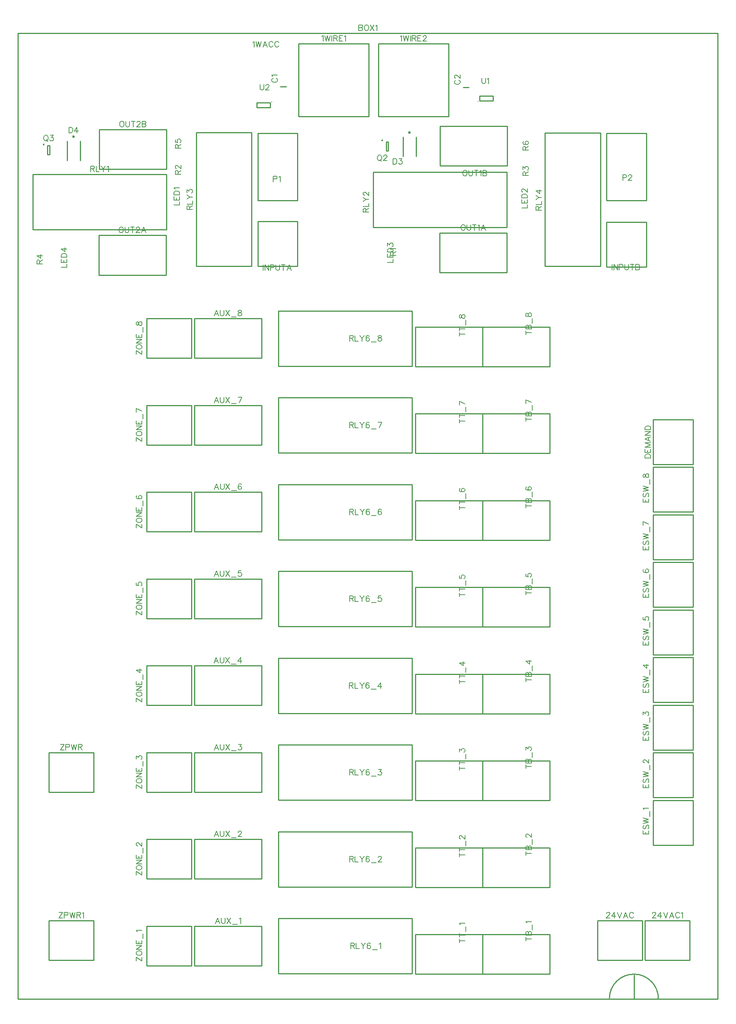
<source format=gbr>
G04 DipTrace 2.4.0.2*
%INtopsilk.gbr*%
%MOIN*%
%ADD10C,0.0098*%
%ADD11C,0.006*%
%ADD13C,0.0236*%
%ADD24C,0.0154*%
%ADD26C,0.0118*%
%ADD52C,0.0077*%
%FSLAX44Y44*%
G04*
G70*
G90*
G75*
G01*
%LNTopSilk*%
%LPD*%
X64212Y55690D2*
D10*
X60668D1*
Y51690D1*
X64212D1*
Y55690D1*
X59690Y7418D2*
X55690D1*
Y10962D1*
X59690D1*
Y7418D1*
X6690Y25962D2*
X10690D1*
Y22418D1*
X6690D1*
Y25962D1*
X63940Y7418D2*
X59940D1*
Y10962D1*
X63940D1*
Y7418D1*
X6690Y10962D2*
X10690D1*
Y7418D1*
X6690D1*
Y10962D1*
X3940Y3940D2*
X66440D1*
Y90190D1*
X3940D1*
Y3940D1*
X56752Y4035D2*
G02X61127Y3957I2187J-56D01*
G01*
X58959D2*
Y6087D1*
X35259Y82748D2*
X28999D1*
Y89244D1*
X35259D1*
Y82748D1*
X42385D2*
X36125D1*
Y89244D1*
X42385D1*
Y82748D1*
X27881Y85406D2*
X27370D1*
X44198Y85344D2*
X43686D1*
X39478Y80918D2*
Y79186D1*
X38336Y80918D2*
Y79186D1*
D13*
X38907Y81312D3*
X47589Y68819D2*
D10*
X41589D1*
Y72362D1*
X47589D1*
Y68819D1*
D24*
X36468Y80606D3*
X36812Y80475D2*
D10*
Y79687D1*
X37009D1*
Y80475D1*
X36812D1*
X35665Y77788D2*
X47582D1*
Y72851D1*
X35665D1*
Y77788D1*
X47610Y78339D2*
X41610D1*
Y81882D1*
X47610D1*
Y78339D1*
X9476Y80547D2*
Y78815D1*
X8334Y80547D2*
Y78815D1*
D13*
X8905Y80941D3*
X17153Y68595D2*
D10*
X11153D1*
Y72139D1*
X17153D1*
Y68595D1*
D24*
X6230Y80263D3*
X6574Y80131D2*
D10*
Y79344D1*
X6770D1*
Y80131D1*
X6574D1*
X45175Y84583D2*
X46356D1*
Y84150D1*
X45175D1*
Y84583D1*
D26*
X45037Y84091D3*
X17188Y78047D2*
D10*
X11188D1*
Y81590D1*
X17188D1*
Y78047D1*
X5258Y77594D2*
X17176D1*
Y72657D1*
X5258D1*
Y77594D1*
X45440Y6168D2*
X39440D1*
Y9712D1*
X45440D1*
Y6168D1*
Y9712D2*
X51440D1*
Y6168D1*
X45440D1*
Y9712D1*
X19440Y6918D2*
X15440D1*
Y10462D1*
X19440D1*
Y6918D1*
X60668Y17690D2*
X64212D1*
Y21690D1*
X60668D1*
Y17690D1*
X39115Y6198D2*
X27198D1*
Y11135D1*
X39115D1*
Y6198D1*
X19690Y10462D2*
X25690D1*
Y6918D1*
X19690D1*
Y10462D1*
X45440Y13918D2*
X39440D1*
Y17462D1*
X45440D1*
Y13918D1*
Y17462D2*
X51440D1*
Y13918D1*
X45440D1*
Y17462D1*
X19440Y14668D2*
X15440D1*
Y18212D1*
X19440D1*
Y14668D1*
X60668Y21940D2*
X64212D1*
Y25940D1*
X60668D1*
Y21940D1*
X39115Y13948D2*
X27198D1*
Y18885D1*
X39115D1*
Y13948D1*
X19690Y18212D2*
X25690D1*
Y14668D1*
X19690D1*
Y18212D1*
X45440Y21668D2*
X39440D1*
Y25212D1*
X45440D1*
Y21668D1*
Y25212D2*
X51440D1*
Y21668D1*
X45440D1*
Y25212D1*
X19440Y22418D2*
X15440D1*
Y25962D1*
X19440D1*
Y22418D1*
X60668Y26190D2*
X64212D1*
Y30190D1*
X60668D1*
Y26190D1*
X39115Y21698D2*
X27198D1*
Y26635D1*
X39115D1*
Y21698D1*
X19690Y25962D2*
X25690D1*
Y22418D1*
X19690D1*
Y25962D1*
X45440Y29418D2*
X39440D1*
Y32962D1*
X45440D1*
Y29418D1*
Y32962D2*
X51440D1*
Y29418D1*
X45440D1*
Y32962D1*
X19440Y30168D2*
X15440D1*
Y33712D1*
X19440D1*
Y30168D1*
X60668Y30440D2*
X64212D1*
Y34440D1*
X60668D1*
Y30440D1*
X39115Y29448D2*
X27198D1*
Y34385D1*
X39115D1*
Y29448D1*
X19690Y33712D2*
X25690D1*
Y30168D1*
X19690D1*
Y33712D1*
X45440Y37168D2*
X39440D1*
Y40712D1*
X45440D1*
Y37168D1*
Y40712D2*
X51440D1*
Y37168D1*
X45440D1*
Y40712D1*
X19440Y37918D2*
X15440D1*
Y41462D1*
X19440D1*
Y37918D1*
X60668Y34690D2*
X64212D1*
Y38690D1*
X60668D1*
Y34690D1*
X39115Y37198D2*
X27198D1*
Y42135D1*
X39115D1*
Y37198D1*
X19690Y41462D2*
X25690D1*
Y37918D1*
X19690D1*
Y41462D1*
X45440Y44918D2*
X39440D1*
Y48462D1*
X45440D1*
Y44918D1*
Y48462D2*
X51440D1*
Y44918D1*
X45440D1*
Y48462D1*
X19440Y45668D2*
X15440D1*
Y49212D1*
X19440D1*
Y45668D1*
X60668Y38940D2*
X64212D1*
Y42940D1*
X60668D1*
Y38940D1*
X39115Y44948D2*
X27198D1*
Y49885D1*
X39115D1*
Y44948D1*
X19690Y49212D2*
X25690D1*
Y45668D1*
X19690D1*
Y49212D1*
X45440Y52668D2*
X39440D1*
Y56212D1*
X45440D1*
Y52668D1*
Y56212D2*
X51440D1*
Y52668D1*
X45440D1*
Y56212D1*
X19440Y53418D2*
X15440D1*
Y56962D1*
X19440D1*
Y53418D1*
X60668Y43190D2*
X64212D1*
Y47190D1*
X60668D1*
Y43190D1*
X39115Y52698D2*
X27198D1*
Y57635D1*
X39115D1*
Y52698D1*
X19690Y56962D2*
X25690D1*
Y53418D1*
X19690D1*
Y56962D1*
X45440Y60418D2*
X39440D1*
Y63962D1*
X45440D1*
Y60418D1*
Y63962D2*
X51440D1*
Y60418D1*
X45440D1*
Y63962D1*
X19440Y61168D2*
X15440D1*
Y64712D1*
X19440D1*
Y61168D1*
X60668Y47440D2*
X64212D1*
Y51440D1*
X60668D1*
Y47440D1*
X39115Y60448D2*
X27198D1*
Y65385D1*
X39115D1*
Y60448D1*
X19690Y64712D2*
X25690D1*
Y61168D1*
X19690D1*
Y64712D1*
X25359Y69383D2*
X28902D1*
Y73383D1*
X25359D1*
Y69383D1*
X28898Y81256D2*
X25355D1*
Y75256D1*
X28898D1*
Y81256D1*
X19852Y69382D2*
X24789D1*
Y81300D1*
X19852D1*
Y69382D1*
X56503Y69326D2*
X60047D1*
Y73326D1*
X56503D1*
Y69326D1*
X60044Y81242D2*
X56501D1*
Y75242D1*
X60044D1*
Y81242D1*
X51009Y69365D2*
X55946D1*
Y81282D1*
X51009D1*
Y69365D1*
X26455Y83554D2*
X25274D1*
Y83987D1*
X26455D1*
Y83554D1*
D26*
X26593Y84046D3*
X59936Y52264D2*
D52*
X60439D1*
Y52431D1*
X60414Y52503D1*
X60367Y52551D1*
X60319Y52575D1*
X60247Y52599D1*
X60127D1*
X60055Y52575D1*
X60008Y52551D1*
X59960Y52503D1*
X59936Y52431D1*
Y52264D1*
Y53064D2*
Y52753D1*
X60439D1*
Y53064D1*
X60175Y52753D2*
Y52944D1*
X60439Y53600D2*
X59936D1*
X60439Y53409D1*
X59936Y53218D1*
X60439D1*
Y54138D2*
X59936Y53946D1*
X60439Y53755D1*
X60271Y53827D2*
Y54066D1*
X59936Y54627D2*
X60439D1*
X59936Y54292D1*
X60439D1*
X59936Y54781D2*
X60439D1*
Y54949D1*
X60414Y55021D1*
X60367Y55069D1*
X60319Y55093D1*
X60247Y55116D1*
X60127D1*
X60055Y55093D1*
X60008Y55069D1*
X59960Y55021D1*
X59936Y54949D1*
Y54781D1*
X56497Y11574D2*
Y11598D1*
X56520Y11646D1*
X56544Y11670D1*
X56592Y11693D1*
X56688D1*
X56735Y11670D1*
X56759Y11646D1*
X56783Y11598D1*
Y11550D1*
X56759Y11502D1*
X56712Y11431D1*
X56472Y11191D1*
X56807D1*
X57201D2*
Y11693D1*
X56962Y11359D1*
X57320D1*
X57475Y11694D2*
X57666Y11191D1*
X57857Y11694D1*
X58395Y11191D2*
X58203Y11694D1*
X58012Y11191D1*
X58083Y11359D2*
X58323D1*
X58908Y11575D2*
X58884Y11622D1*
X58836Y11670D1*
X58788Y11694D1*
X58693D1*
X58645Y11670D1*
X58597Y11622D1*
X58573Y11575D1*
X58549Y11503D1*
Y11383D1*
X58573Y11311D1*
X58597Y11263D1*
X58645Y11216D1*
X58693Y11191D1*
X58788D1*
X58836Y11216D1*
X58884Y11263D1*
X58908Y11311D1*
X7717Y26694D2*
X8052D1*
X7717Y26191D1*
X8052D1*
X8206Y26431D2*
X8422D1*
X8493Y26455D1*
X8517Y26479D1*
X8541Y26526D1*
Y26598D1*
X8517Y26646D1*
X8493Y26670D1*
X8422Y26694D1*
X8206D1*
Y26191D1*
X8695Y26694D2*
X8815Y26191D1*
X8935Y26694D1*
X9054Y26191D1*
X9174Y26694D1*
X9328Y26455D2*
X9543D1*
X9615Y26479D1*
X9640Y26503D1*
X9663Y26550D1*
Y26598D1*
X9640Y26646D1*
X9615Y26670D1*
X9543Y26694D1*
X9328D1*
Y26191D1*
X9496Y26455D2*
X9663Y26191D1*
X60609Y11574D2*
Y11598D1*
X60633Y11646D1*
X60657Y11670D1*
X60705Y11693D1*
X60801D1*
X60848Y11670D1*
X60872Y11646D1*
X60896Y11598D1*
Y11550D1*
X60872Y11502D1*
X60824Y11431D1*
X60585Y11191D1*
X60920D1*
X61314D2*
Y11693D1*
X61074Y11359D1*
X61433D1*
X61588Y11694D2*
X61779Y11191D1*
X61970Y11694D1*
X62507Y11191D2*
X62316Y11694D1*
X62124Y11191D1*
X62196Y11359D2*
X62436D1*
X63021Y11575D2*
X62997Y11622D1*
X62949Y11670D1*
X62901Y11694D1*
X62806D1*
X62757Y11670D1*
X62710Y11622D1*
X62686Y11575D1*
X62662Y11503D1*
Y11383D1*
X62686Y11311D1*
X62710Y11263D1*
X62757Y11216D1*
X62806Y11191D1*
X62901D1*
X62949Y11216D1*
X62997Y11263D1*
X63021Y11311D1*
X63175Y11598D2*
X63223Y11622D1*
X63295Y11693D1*
Y11191D1*
X7580Y11694D2*
X7914D1*
X7580Y11191D1*
X7914D1*
X8069Y11431D2*
X8284D1*
X8356Y11455D1*
X8380Y11479D1*
X8404Y11526D1*
Y11598D1*
X8380Y11646D1*
X8356Y11670D1*
X8284Y11694D1*
X8069D1*
Y11191D1*
X8558Y11694D2*
X8678Y11191D1*
X8797Y11694D1*
X8917Y11191D1*
X9037Y11694D1*
X9191Y11455D2*
X9406D1*
X9478Y11479D1*
X9502Y11503D1*
X9526Y11550D1*
Y11598D1*
X9502Y11646D1*
X9478Y11670D1*
X9406Y11694D1*
X9191D1*
Y11191D1*
X9359Y11455D2*
X9526Y11191D1*
X9681Y11598D2*
X9729Y11622D1*
X9800Y11693D1*
Y11191D1*
X34372Y90922D2*
Y90420D1*
X34588D1*
X34660Y90444D1*
X34683Y90468D1*
X34707Y90515D1*
Y90587D1*
X34683Y90635D1*
X34660Y90659D1*
X34588Y90683D1*
X34660Y90707D1*
X34683Y90731D1*
X34707Y90778D1*
Y90826D1*
X34683Y90874D1*
X34660Y90898D1*
X34588Y90922D1*
X34372D1*
Y90683D2*
X34588D1*
X35005Y90922D2*
X34957Y90898D1*
X34910Y90850D1*
X34885Y90803D1*
X34861Y90731D1*
Y90611D1*
X34885Y90540D1*
X34910Y90492D1*
X34957Y90444D1*
X35005Y90420D1*
X35101D1*
X35148Y90444D1*
X35196Y90492D1*
X35220Y90540D1*
X35244Y90611D1*
Y90731D1*
X35220Y90803D1*
X35196Y90850D1*
X35148Y90898D1*
X35101Y90922D1*
X35005D1*
X35398D2*
X35733Y90420D1*
Y90922D2*
X35398Y90420D1*
X35888Y90826D2*
X35936Y90850D1*
X36008Y90922D1*
Y90420D1*
X24906Y89355D2*
X24954Y89379D1*
X25026Y89451D1*
Y88949D1*
X25180Y89451D2*
X25300Y88949D1*
X25419Y89451D1*
X25539Y88949D1*
X25659Y89451D1*
X26196Y88949D2*
X26004Y89451D1*
X25813Y88949D1*
X25885Y89116D2*
X26124D1*
X26709Y89332D2*
X26685Y89379D1*
X26637Y89428D1*
X26590Y89451D1*
X26494D1*
X26446Y89428D1*
X26398Y89379D1*
X26374Y89332D1*
X26350Y89260D1*
Y89140D1*
X26374Y89069D1*
X26398Y89021D1*
X26446Y88973D1*
X26494Y88949D1*
X26590D1*
X26637Y88973D1*
X26685Y89021D1*
X26709Y89069D1*
X27222Y89332D2*
X27198Y89379D1*
X27150Y89428D1*
X27103Y89451D1*
X27007D1*
X26959Y89428D1*
X26912Y89379D1*
X26887Y89332D1*
X26863Y89260D1*
Y89140D1*
X26887Y89069D1*
X26912Y89021D1*
X26959Y88973D1*
X27007Y88949D1*
X27103D1*
X27150Y88973D1*
X27198Y89021D1*
X27222Y89069D1*
X31061Y89880D2*
X31109Y89904D1*
X31181Y89976D1*
Y89474D1*
X31335Y89976D2*
X31455Y89474D1*
X31575Y89976D1*
X31694Y89474D1*
X31814Y89976D1*
X31968D2*
Y89474D1*
X32123Y89737D2*
X32338D1*
X32409Y89761D1*
X32434Y89785D1*
X32458Y89833D1*
Y89881D1*
X32434Y89928D1*
X32409Y89953D1*
X32338Y89976D1*
X32123D1*
Y89474D1*
X32290Y89737D2*
X32458Y89474D1*
X32923Y89976D2*
X32612D1*
Y89474D1*
X32923D1*
X32612Y89737D2*
X32803D1*
X33077Y89880D2*
X33125Y89904D1*
X33197Y89976D1*
Y89474D1*
X38079Y89880D2*
X38127Y89904D1*
X38199Y89976D1*
Y89474D1*
X38353Y89976D2*
X38473Y89474D1*
X38593Y89976D1*
X38712Y89474D1*
X38832Y89976D1*
X38986D2*
Y89474D1*
X39141Y89737D2*
X39356D1*
X39428Y89761D1*
X39452Y89785D1*
X39476Y89833D1*
Y89881D1*
X39452Y89928D1*
X39428Y89953D1*
X39356Y89976D1*
X39141D1*
Y89474D1*
X39308Y89737D2*
X39476Y89474D1*
X39941Y89976D2*
X39630D1*
Y89474D1*
X39941D1*
X39630Y89737D2*
X39821D1*
X40120Y89856D2*
Y89880D1*
X40143Y89928D1*
X40167Y89952D1*
X40215Y89976D1*
X40311D1*
X40358Y89952D1*
X40382Y89928D1*
X40406Y89880D1*
Y89833D1*
X40382Y89785D1*
X40335Y89713D1*
X40095Y89474D1*
X40430D1*
X26717Y86157D2*
X26670Y86134D1*
X26622Y86086D1*
X26598Y86038D1*
Y85942D1*
X26622Y85894D1*
X26670Y85847D1*
X26717Y85822D1*
X26789Y85799D1*
X26909D1*
X26980Y85822D1*
X27029Y85847D1*
X27076Y85894D1*
X27100Y85942D1*
Y86038D1*
X27076Y86086D1*
X27029Y86134D1*
X26980Y86157D1*
X26694Y86312D2*
X26670Y86360D1*
X26599Y86432D1*
X27100D1*
X43034Y85987D2*
X42986Y85964D1*
X42938Y85916D1*
X42914Y85868D1*
Y85772D1*
X42938Y85724D1*
X42986Y85677D1*
X43034Y85652D1*
X43106Y85629D1*
X43226D1*
X43297Y85652D1*
X43345Y85677D1*
X43392Y85724D1*
X43417Y85772D1*
Y85868D1*
X43392Y85916D1*
X43345Y85964D1*
X43297Y85987D1*
X43034Y86166D2*
X43011D1*
X42962Y86190D1*
X42939Y86214D1*
X42915Y86262D1*
Y86357D1*
X42939Y86405D1*
X42962Y86429D1*
X43011Y86453D1*
X43058D1*
X43106Y86429D1*
X43177Y86381D1*
X43417Y86142D1*
Y86477D1*
X37438Y78990D2*
Y78487D1*
X37605D1*
X37677Y78512D1*
X37725Y78559D1*
X37749Y78607D1*
X37773Y78679D1*
Y78798D1*
X37749Y78870D1*
X37725Y78918D1*
X37677Y78966D1*
X37605Y78990D1*
X37438D1*
X37975Y78989D2*
X38238D1*
X38094Y78798D1*
X38166D1*
X38214Y78774D1*
X38238Y78750D1*
X38262Y78679D1*
Y78631D1*
X38238Y78559D1*
X38190Y78511D1*
X38118Y78487D1*
X38046D1*
X37975Y78511D1*
X37951Y78535D1*
X37927Y78583D1*
X36934Y69728D2*
X37437D1*
Y70015D1*
X36934Y70480D2*
Y70169D1*
X37437D1*
Y70480D1*
X37174Y70169D2*
Y70361D1*
X36934Y70634D2*
X37437D1*
Y70802D1*
X37412Y70874D1*
X37365Y70922D1*
X37317Y70946D1*
X37246Y70969D1*
X37126D1*
X37054Y70946D1*
X37006Y70922D1*
X36958Y70874D1*
X36934Y70802D1*
Y70634D1*
X36935Y71172D2*
Y71434D1*
X37126Y71291D1*
Y71363D1*
X37150Y71411D1*
X37174Y71434D1*
X37246Y71459D1*
X37293D1*
X37365Y71434D1*
X37413Y71387D1*
X37437Y71315D1*
Y71243D1*
X37413Y71172D1*
X37389Y71148D1*
X37341Y71124D1*
X43647Y73094D2*
X43599Y73070D1*
X43551Y73022D1*
X43527Y72975D1*
X43503Y72903D1*
Y72783D1*
X43527Y72712D1*
X43551Y72664D1*
X43599Y72616D1*
X43647Y72592D1*
X43742D1*
X43790Y72616D1*
X43838Y72664D1*
X43862Y72712D1*
X43885Y72783D1*
Y72903D1*
X43862Y72975D1*
X43838Y73022D1*
X43790Y73070D1*
X43742Y73094D1*
X43647D1*
X44040D2*
Y72736D1*
X44064Y72664D1*
X44112Y72616D1*
X44184Y72592D1*
X44231D1*
X44303Y72616D1*
X44351Y72664D1*
X44375Y72736D1*
Y73094D1*
X44697D2*
Y72592D1*
X44529Y73094D2*
X44864D1*
X45018Y72998D2*
X45067Y73022D1*
X45138Y73094D1*
Y72592D1*
X45676D2*
X45484Y73094D1*
X45293Y72592D1*
X45365Y72759D2*
X45604D1*
X36173Y79301D2*
X36125Y79277D1*
X36077Y79229D1*
X36053Y79181D1*
X36029Y79109D1*
Y78990D1*
X36053Y78918D1*
X36077Y78871D1*
X36125Y78822D1*
X36173Y78799D1*
X36268D1*
X36316Y78822D1*
X36364Y78871D1*
X36388Y78918D1*
X36412Y78990D1*
Y79109D1*
X36388Y79181D1*
X36364Y79229D1*
X36316Y79277D1*
X36268Y79301D1*
X36173D1*
X36245Y78894D2*
X36388Y78751D1*
X36591Y79181D2*
Y79204D1*
X36615Y79252D1*
X36638Y79276D1*
X36686Y79300D1*
X36782D1*
X36830Y79276D1*
X36853Y79252D1*
X36878Y79204D1*
Y79157D1*
X36853Y79109D1*
X36806Y79037D1*
X36566Y78798D1*
X36901D1*
X37416Y70355D2*
Y70570D1*
X37392Y70642D1*
X37368Y70666D1*
X37320Y70690D1*
X37272D1*
X37225Y70666D1*
X37200Y70642D1*
X37177Y70570D1*
Y70355D1*
X37679D1*
X37416Y70522D2*
X37679Y70690D1*
X37273Y70844D2*
X37249Y70892D1*
X37177Y70964D1*
X37679D1*
X35009Y74215D2*
Y74430D1*
X34984Y74502D1*
X34960Y74526D1*
X34913Y74550D1*
X34865D1*
X34817Y74526D1*
X34793Y74502D1*
X34769Y74430D1*
Y74215D1*
X35272D1*
X35009Y74383D2*
X35272Y74550D1*
X34769Y74705D2*
X35272D1*
Y74991D1*
X34769Y75146D2*
X35009Y75337D1*
X35272D1*
X34769Y75528D2*
X35009Y75337D1*
X34889Y75707D2*
X34865D1*
X34817Y75731D1*
X34794Y75755D1*
X34770Y75803D1*
Y75898D1*
X34794Y75946D1*
X34817Y75970D1*
X34865Y75994D1*
X34913D1*
X34961Y75970D1*
X35032Y75922D1*
X35272Y75683D1*
Y76018D1*
X43803Y77940D2*
X43755Y77916D1*
X43707Y77868D1*
X43683Y77820D1*
X43659Y77748D1*
Y77628D1*
X43683Y77557D1*
X43707Y77509D1*
X43755Y77461D1*
X43803Y77437D1*
X43899D1*
X43946Y77461D1*
X43994Y77509D1*
X44018Y77557D1*
X44042Y77628D1*
Y77748D1*
X44018Y77820D1*
X43994Y77868D1*
X43946Y77916D1*
X43899Y77940D1*
X43803D1*
X44196D2*
Y77581D1*
X44220Y77509D1*
X44268Y77461D1*
X44340Y77437D1*
X44387D1*
X44459Y77461D1*
X44507Y77509D1*
X44531Y77581D1*
Y77940D1*
X44853D2*
Y77437D1*
X44685Y77940D2*
X45020D1*
X45175Y77843D2*
X45223Y77868D1*
X45295Y77939D1*
Y77437D1*
X45449Y77940D2*
Y77437D1*
X45665D1*
X45736Y77461D1*
X45760Y77485D1*
X45784Y77533D1*
Y77605D1*
X45760Y77653D1*
X45736Y77676D1*
X45665Y77700D1*
X45736Y77725D1*
X45760Y77748D1*
X45784Y77796D1*
Y77844D1*
X45760Y77891D1*
X45736Y77916D1*
X45665Y77940D1*
X45449D1*
Y77700D2*
X45665D1*
X8481Y81791D2*
Y81289D1*
X8648D1*
X8720Y81313D1*
X8768Y81361D1*
X8792Y81409D1*
X8816Y81480D1*
Y81600D1*
X8792Y81672D1*
X8768Y81720D1*
X8720Y81768D1*
X8648Y81791D1*
X8481D1*
X9209Y81289D2*
Y81791D1*
X8970Y81457D1*
X9329D1*
X7795Y69278D2*
X8298D1*
Y69565D1*
X7795Y70030D2*
Y69719D1*
X8298D1*
Y70030D1*
X8035Y69719D2*
Y69910D1*
X7795Y70184D2*
X8298D1*
Y70351D1*
X8273Y70423D1*
X8226Y70471D1*
X8178Y70495D1*
X8106Y70519D1*
X7986D1*
X7915Y70495D1*
X7867Y70471D1*
X7819Y70423D1*
X7795Y70352D1*
Y70184D1*
X8298Y70913D2*
X7796D1*
X8130Y70673D1*
Y71032D1*
X13103Y72871D2*
X13055Y72847D1*
X13008Y72799D1*
X12983Y72752D1*
X12959Y72680D1*
Y72560D1*
X12983Y72489D1*
X13008Y72440D1*
X13055Y72393D1*
X13103Y72369D1*
X13199D1*
X13246Y72393D1*
X13294Y72440D1*
X13318Y72489D1*
X13342Y72560D1*
Y72680D1*
X13318Y72752D1*
X13294Y72799D1*
X13246Y72847D1*
X13199Y72871D1*
X13103D1*
X13496D2*
Y72512D1*
X13520Y72440D1*
X13568Y72393D1*
X13640Y72369D1*
X13688D1*
X13759Y72393D1*
X13808Y72440D1*
X13831Y72512D1*
Y72871D1*
X14153D2*
Y72369D1*
X13986Y72871D2*
X14321D1*
X14499Y72751D2*
Y72775D1*
X14523Y72823D1*
X14547Y72847D1*
X14595Y72870D1*
X14691D1*
X14738Y72847D1*
X14762Y72823D1*
X14786Y72775D1*
Y72727D1*
X14762Y72679D1*
X14714Y72608D1*
X14475Y72369D1*
X14810D1*
X15347D2*
X15156Y72871D1*
X14964Y72369D1*
X15036Y72536D2*
X15275D1*
X6380Y81072D2*
X6332Y81049D1*
X6284Y81001D1*
X6260Y80953D1*
X6236Y80881D1*
Y80761D1*
X6260Y80690D1*
X6284Y80642D1*
X6332Y80594D1*
X6380Y80570D1*
X6475D1*
X6523Y80594D1*
X6571Y80642D1*
X6595Y80690D1*
X6619Y80761D1*
Y80881D1*
X6595Y80953D1*
X6571Y81001D1*
X6523Y81049D1*
X6475Y81072D1*
X6380D1*
X6451Y80666D2*
X6595Y80522D1*
X6821Y81071D2*
X7084D1*
X6941Y80880D1*
X7013D1*
X7060Y80856D1*
X7084Y80833D1*
X7108Y80761D1*
Y80713D1*
X7084Y80641D1*
X7036Y80593D1*
X6965Y80570D1*
X6893D1*
X6821Y80593D1*
X6798Y80618D1*
X6773Y80665D1*
X5861Y69597D2*
Y69812D1*
X5837Y69884D1*
X5813Y69908D1*
X5765Y69932D1*
X5717D1*
X5670Y69908D1*
X5645Y69884D1*
X5622Y69812D1*
Y69597D1*
X6124D1*
X5861Y69764D2*
X6124Y69932D1*
Y70325D2*
X5622D1*
X5957Y70086D1*
Y70445D1*
X45363Y86189D2*
Y85830D1*
X45387Y85758D1*
X45435Y85711D1*
X45507Y85686D1*
X45554D1*
X45626Y85711D1*
X45674Y85758D1*
X45698Y85830D1*
Y86189D1*
X45852Y86093D2*
X45901Y86117D1*
X45972Y86188D1*
Y85686D1*
X13162Y82322D2*
X13114Y82298D1*
X13066Y82250D1*
X13042Y82203D1*
X13018Y82131D1*
Y82011D1*
X13042Y81940D1*
X13066Y81892D1*
X13114Y81844D1*
X13162Y81820D1*
X13257D1*
X13305Y81844D1*
X13353Y81892D1*
X13377Y81940D1*
X13400Y82011D1*
Y82131D1*
X13377Y82203D1*
X13353Y82250D1*
X13305Y82298D1*
X13257Y82322D1*
X13162D1*
X13555D2*
Y81963D1*
X13579Y81892D1*
X13627Y81844D1*
X13699Y81820D1*
X13746D1*
X13818Y81844D1*
X13866Y81892D1*
X13890Y81963D1*
Y82322D1*
X14212D2*
Y81820D1*
X14044Y82322D2*
X14379D1*
X14558Y82202D2*
Y82226D1*
X14582Y82274D1*
X14605Y82298D1*
X14653Y82322D1*
X14749D1*
X14797Y82298D1*
X14820Y82274D1*
X14845Y82226D1*
Y82178D1*
X14820Y82130D1*
X14773Y82059D1*
X14533Y81820D1*
X14868D1*
X15023Y82322D2*
Y81820D1*
X15238D1*
X15310Y81844D1*
X15334Y81868D1*
X15358Y81915D1*
Y81987D1*
X15334Y82035D1*
X15310Y82059D1*
X15238Y82083D1*
X15310Y82107D1*
X15334Y82131D1*
X15358Y82178D1*
Y82227D1*
X15334Y82274D1*
X15310Y82298D1*
X15238Y82322D1*
X15023D1*
Y82083D2*
X15238D1*
X10423Y78087D2*
X10638D1*
X10710Y78111D1*
X10735Y78135D1*
X10758Y78183D1*
Y78231D1*
X10735Y78278D1*
X10710Y78303D1*
X10638Y78326D1*
X10423D1*
Y77824D1*
X10591Y78087D2*
X10758Y77824D1*
X10913Y78326D2*
Y77824D1*
X11200D1*
X11354Y78326D2*
X11545Y78087D1*
Y77824D1*
X11736Y78326D2*
X11545Y78087D1*
X11891Y78230D2*
X11939Y78255D1*
X12011Y78326D1*
Y77824D1*
X43344Y9161D2*
X43846D1*
X43344Y8994D2*
Y9329D1*
Y9651D2*
X43846D1*
X43344Y9483D2*
Y9818D1*
X43929Y9972D2*
Y10427D1*
X43440Y10581D2*
X43416Y10629D1*
X43345Y10701D1*
X43846D1*
X49284Y9311D2*
X49786D1*
X49284Y9143D2*
Y9478D1*
Y9633D2*
X49786D1*
Y9848D1*
X49762Y9920D1*
X49738Y9944D1*
X49691Y9968D1*
X49619D1*
X49571Y9944D1*
X49547Y9920D1*
X49523Y9848D1*
X49499Y9920D1*
X49475Y9944D1*
X49428Y9968D1*
X49380D1*
X49332Y9944D1*
X49308Y9920D1*
X49284Y9848D1*
Y9633D1*
X49523D2*
Y9848D1*
X49869Y10122D2*
Y10576D1*
X49380Y10731D2*
X49356Y10779D1*
X49284Y10851D1*
X49786D1*
X14503Y7359D2*
Y7694D1*
X15005Y7359D1*
Y7694D1*
X14503Y7992D2*
X14526Y7944D1*
X14575Y7896D1*
X14622Y7872D1*
X14694Y7848D1*
X14814D1*
X14885Y7872D1*
X14933Y7896D1*
X14981Y7944D1*
X15005Y7992D1*
Y8087D1*
X14981Y8135D1*
X14933Y8183D1*
X14885Y8207D1*
X14814Y8231D1*
X14694D1*
X14622Y8207D1*
X14575Y8183D1*
X14526Y8135D1*
X14503Y8087D1*
Y7992D1*
Y8720D2*
X15005D1*
X14503Y8385D1*
X15005D1*
X14503Y9185D2*
Y8874D1*
X15005D1*
Y9185D1*
X14742Y8874D2*
Y9065D1*
X15088Y9339D2*
Y9794D1*
X14599Y9948D2*
X14575Y9996D1*
X14503Y10068D1*
X15005D1*
X59769Y18980D2*
Y18669D1*
X60271D1*
Y18980D1*
X60008Y18669D2*
Y18861D1*
X59841Y19469D2*
X59793Y19422D1*
X59769Y19350D1*
Y19254D1*
X59793Y19182D1*
X59841Y19134D1*
X59888D1*
X59937Y19159D1*
X59960Y19182D1*
X59984Y19230D1*
X60032Y19374D1*
X60056Y19422D1*
X60080Y19445D1*
X60128Y19469D1*
X60200D1*
X60247Y19422D1*
X60271Y19350D1*
Y19254D1*
X60247Y19182D1*
X60200Y19134D1*
X59769Y19624D2*
X60271Y19744D1*
X59769Y19863D1*
X60271Y19982D1*
X59769Y20102D1*
X60354Y20257D2*
Y20711D1*
X59865Y20865D2*
X59841Y20913D1*
X59770Y20985D1*
X60271D1*
X33651Y8701D2*
X33866D1*
X33938Y8725D1*
X33962Y8749D1*
X33986Y8796D1*
Y8844D1*
X33962Y8892D1*
X33938Y8916D1*
X33866Y8940D1*
X33651D1*
Y8438D1*
X33818Y8701D2*
X33986Y8438D1*
X34140Y8940D2*
Y8438D1*
X34427D1*
X34581Y8940D2*
X34772Y8701D1*
Y8438D1*
X34964Y8940D2*
X34772Y8701D1*
X35405Y8868D2*
X35381Y8916D1*
X35309Y8939D1*
X35262D1*
X35190Y8916D1*
X35142Y8844D1*
X35118Y8725D1*
Y8605D1*
X35142Y8510D1*
X35190Y8461D1*
X35262Y8438D1*
X35286D1*
X35357Y8461D1*
X35405Y8510D1*
X35429Y8581D1*
Y8605D1*
X35405Y8677D1*
X35357Y8725D1*
X35286Y8748D1*
X35262D1*
X35190Y8725D1*
X35142Y8677D1*
X35118Y8605D1*
X35583Y8355D2*
X36037D1*
X36192Y8844D2*
X36240Y8868D1*
X36312Y8939D1*
Y8438D1*
X21951Y10691D2*
X21759Y11194D1*
X21568Y10691D1*
X21639Y10859D2*
X21879D1*
X22105Y11194D2*
Y10835D1*
X22129Y10763D1*
X22177Y10716D1*
X22249Y10691D1*
X22296D1*
X22368Y10716D1*
X22416Y10763D1*
X22440Y10835D1*
Y11194D1*
X22594D2*
X22929Y10691D1*
Y11194D2*
X22594Y10691D1*
X23084Y10609D2*
X23538D1*
X23692Y11098D2*
X23741Y11122D1*
X23812Y11193D1*
Y10691D1*
X43344Y16804D2*
X43846D1*
X43344Y16636D2*
Y16971D1*
Y17293D2*
X43846D1*
X43344Y17126D2*
Y17461D1*
X43929Y17615D2*
Y18069D1*
X43464Y18248D2*
X43440D1*
X43392Y18272D1*
X43368Y18296D1*
X43345Y18344D1*
Y18439D1*
X43368Y18487D1*
X43392Y18511D1*
X43440Y18535D1*
X43488D1*
X43536Y18511D1*
X43607Y18463D1*
X43846Y18224D1*
Y18559D1*
X49284Y16953D2*
X49786D1*
X49284Y16786D2*
Y17121D1*
Y17275D2*
X49786D1*
Y17491D1*
X49762Y17562D1*
X49738Y17586D1*
X49691Y17610D1*
X49619D1*
X49571Y17586D1*
X49547Y17562D1*
X49523Y17491D1*
X49499Y17562D1*
X49475Y17586D1*
X49428Y17610D1*
X49380D1*
X49332Y17586D1*
X49308Y17562D1*
X49284Y17491D1*
Y17275D1*
X49523D2*
Y17491D1*
X49869Y17764D2*
Y18219D1*
X49404Y18397D2*
X49380D1*
X49332Y18421D1*
X49308Y18445D1*
X49284Y18493D1*
Y18589D1*
X49308Y18636D1*
X49332Y18660D1*
X49380Y18684D1*
X49428D1*
X49476Y18660D1*
X49547Y18612D1*
X49786Y18373D1*
Y18708D1*
X14503Y15001D2*
Y15336D1*
X15005Y15001D1*
Y15336D1*
X14503Y15634D2*
X14526Y15586D1*
X14575Y15539D1*
X14622Y15514D1*
X14694Y15491D1*
X14814D1*
X14885Y15514D1*
X14933Y15539D1*
X14981Y15586D1*
X15005Y15634D1*
Y15730D1*
X14981Y15777D1*
X14933Y15825D1*
X14885Y15849D1*
X14814Y15873D1*
X14694D1*
X14622Y15849D1*
X14575Y15825D1*
X14526Y15777D1*
X14503Y15730D1*
Y15634D1*
Y16362D2*
X15005D1*
X14503Y16027D1*
X15005D1*
X14503Y16827D2*
Y16517D1*
X15005D1*
Y16827D1*
X14742Y16517D2*
Y16708D1*
X15088Y16982D2*
Y17436D1*
X14623Y17615D2*
X14599D1*
X14551Y17639D1*
X14527Y17662D1*
X14503Y17710D1*
Y17806D1*
X14527Y17854D1*
X14551Y17877D1*
X14599Y17902D1*
X14646D1*
X14695Y17877D1*
X14766Y17830D1*
X15005Y17590D1*
Y17925D1*
X59769Y23122D2*
Y22812D1*
X60271D1*
Y23122D1*
X60008Y22812D2*
Y23003D1*
X59841Y23612D2*
X59793Y23564D1*
X59769Y23492D1*
Y23397D1*
X59793Y23325D1*
X59841Y23277D1*
X59888D1*
X59937Y23301D1*
X59960Y23325D1*
X59984Y23372D1*
X60032Y23516D1*
X60056Y23564D1*
X60080Y23588D1*
X60128Y23612D1*
X60200D1*
X60247Y23564D1*
X60271Y23492D1*
Y23397D1*
X60247Y23325D1*
X60200Y23277D1*
X59769Y23766D2*
X60271Y23886D1*
X59769Y24005D1*
X60271Y24125D1*
X59769Y24245D1*
X60354Y24399D2*
Y24853D1*
X59889Y25032D2*
X59865D1*
X59817Y25056D1*
X59793Y25080D1*
X59770Y25128D1*
Y25223D1*
X59793Y25271D1*
X59817Y25295D1*
X59865Y25319D1*
X59913D1*
X59961Y25295D1*
X60032Y25247D1*
X60271Y25008D1*
Y25343D1*
X33543Y16451D2*
X33758D1*
X33830Y16475D1*
X33854Y16499D1*
X33878Y16546D1*
Y16594D1*
X33854Y16642D1*
X33830Y16666D1*
X33758Y16690D1*
X33543D1*
Y16188D1*
X33711Y16451D2*
X33878Y16188D1*
X34032Y16690D2*
Y16188D1*
X34319D1*
X34474Y16690D2*
X34665Y16451D1*
Y16188D1*
X34856Y16690D2*
X34665Y16451D1*
X35297Y16618D2*
X35274Y16666D1*
X35202Y16689D1*
X35154D1*
X35082Y16666D1*
X35034Y16594D1*
X35011Y16475D1*
Y16355D1*
X35034Y16260D1*
X35082Y16211D1*
X35154Y16188D1*
X35178D1*
X35249Y16211D1*
X35297Y16260D1*
X35321Y16331D1*
Y16355D1*
X35297Y16427D1*
X35249Y16475D1*
X35178Y16498D1*
X35154D1*
X35082Y16475D1*
X35034Y16427D1*
X35011Y16355D1*
X35476Y16105D2*
X35930D1*
X36109Y16570D2*
Y16594D1*
X36132Y16642D1*
X36156Y16666D1*
X36204Y16689D1*
X36300D1*
X36347Y16666D1*
X36371Y16642D1*
X36395Y16594D1*
Y16546D1*
X36371Y16498D1*
X36324Y16427D1*
X36084Y16188D1*
X36419D1*
X21843Y18441D2*
X21651Y18944D1*
X21460Y18441D1*
X21532Y18609D2*
X21771D1*
X21998Y18944D2*
Y18585D1*
X22021Y18513D1*
X22069Y18466D1*
X22141Y18441D1*
X22189D1*
X22261Y18466D1*
X22309Y18513D1*
X22332Y18585D1*
Y18944D1*
X22487D2*
X22822Y18441D1*
Y18944D2*
X22487Y18441D1*
X22976Y18359D2*
X23431D1*
X23609Y18824D2*
Y18848D1*
X23633Y18896D1*
X23657Y18920D1*
X23705Y18943D1*
X23800D1*
X23848Y18920D1*
X23872Y18896D1*
X23896Y18848D1*
Y18800D1*
X23872Y18752D1*
X23824Y18681D1*
X23585Y18441D1*
X23920D1*
X43344Y24554D2*
X43846D1*
X43344Y24386D2*
Y24721D1*
Y25043D2*
X43846D1*
X43344Y24876D2*
Y25211D1*
X43929Y25365D2*
Y25819D1*
X43345Y26022D2*
Y26284D1*
X43536Y26141D1*
Y26213D1*
X43560Y26261D1*
X43583Y26284D1*
X43655Y26309D1*
X43703D1*
X43775Y26284D1*
X43823Y26237D1*
X43846Y26165D1*
Y26093D1*
X43823Y26022D1*
X43798Y25998D1*
X43751Y25974D1*
X49284Y24703D2*
X49786D1*
X49284Y24536D2*
Y24871D1*
Y25025D2*
X49786D1*
Y25241D1*
X49762Y25312D1*
X49738Y25336D1*
X49691Y25360D1*
X49619D1*
X49571Y25336D1*
X49547Y25312D1*
X49523Y25241D1*
X49499Y25312D1*
X49475Y25336D1*
X49428Y25360D1*
X49380D1*
X49332Y25336D1*
X49308Y25312D1*
X49284Y25241D1*
Y25025D1*
X49523D2*
Y25241D1*
X49869Y25514D2*
Y25969D1*
X49284Y26171D2*
Y26434D1*
X49476Y26291D1*
Y26362D1*
X49499Y26410D1*
X49523Y26434D1*
X49595Y26458D1*
X49643D1*
X49714Y26434D1*
X49763Y26386D1*
X49786Y26314D1*
Y26242D1*
X49763Y26171D1*
X49738Y26147D1*
X49691Y26123D1*
X14503Y22751D2*
Y23086D1*
X15005Y22751D1*
Y23086D1*
X14503Y23384D2*
X14526Y23336D1*
X14575Y23289D1*
X14622Y23264D1*
X14694Y23241D1*
X14814D1*
X14885Y23264D1*
X14933Y23289D1*
X14981Y23336D1*
X15005Y23384D1*
Y23480D1*
X14981Y23527D1*
X14933Y23575D1*
X14885Y23599D1*
X14814Y23623D1*
X14694D1*
X14622Y23599D1*
X14575Y23575D1*
X14526Y23527D1*
X14503Y23480D1*
Y23384D1*
Y24112D2*
X15005D1*
X14503Y23777D1*
X15005D1*
X14503Y24577D2*
Y24267D1*
X15005D1*
Y24577D1*
X14742Y24267D2*
Y24458D1*
X15088Y24732D2*
Y25186D1*
X14503Y25389D2*
Y25651D1*
X14695Y25508D1*
Y25580D1*
X14718Y25627D1*
X14742Y25651D1*
X14814Y25675D1*
X14861D1*
X14933Y25651D1*
X14981Y25604D1*
X15005Y25532D1*
Y25460D1*
X14981Y25389D1*
X14957Y25365D1*
X14910Y25340D1*
X59769Y27372D2*
Y27062D1*
X60271D1*
Y27372D1*
X60008Y27062D2*
Y27253D1*
X59841Y27862D2*
X59793Y27814D1*
X59769Y27742D1*
Y27647D1*
X59793Y27575D1*
X59841Y27527D1*
X59888D1*
X59937Y27551D1*
X59960Y27575D1*
X59984Y27622D1*
X60032Y27766D1*
X60056Y27814D1*
X60080Y27838D1*
X60128Y27862D1*
X60200D1*
X60247Y27814D1*
X60271Y27742D1*
Y27647D1*
X60247Y27575D1*
X60200Y27527D1*
X59769Y28016D2*
X60271Y28136D1*
X59769Y28255D1*
X60271Y28375D1*
X59769Y28495D1*
X60354Y28649D2*
Y29103D1*
X59770Y29306D2*
Y29569D1*
X59961Y29425D1*
Y29497D1*
X59985Y29545D1*
X60008Y29569D1*
X60080Y29593D1*
X60128D1*
X60200Y29569D1*
X60248Y29521D1*
X60271Y29449D1*
Y29377D1*
X60248Y29306D1*
X60223Y29282D1*
X60176Y29258D1*
X33543Y24201D2*
X33758D1*
X33830Y24225D1*
X33854Y24249D1*
X33878Y24296D1*
Y24344D1*
X33854Y24392D1*
X33830Y24416D1*
X33758Y24440D1*
X33543D1*
Y23938D1*
X33711Y24201D2*
X33878Y23938D1*
X34032Y24440D2*
Y23938D1*
X34319D1*
X34474Y24440D2*
X34665Y24201D1*
Y23938D1*
X34856Y24440D2*
X34665Y24201D1*
X35297Y24368D2*
X35274Y24416D1*
X35202Y24439D1*
X35154D1*
X35082Y24416D1*
X35034Y24344D1*
X35011Y24225D1*
Y24105D1*
X35034Y24010D1*
X35082Y23961D1*
X35154Y23938D1*
X35178D1*
X35249Y23961D1*
X35297Y24010D1*
X35321Y24081D1*
Y24105D1*
X35297Y24177D1*
X35249Y24225D1*
X35178Y24248D1*
X35154D1*
X35082Y24225D1*
X35034Y24177D1*
X35011Y24105D1*
X35476Y23855D2*
X35930D1*
X36132Y24439D2*
X36395D1*
X36252Y24248D1*
X36324D1*
X36371Y24225D1*
X36395Y24201D1*
X36419Y24129D1*
Y24081D1*
X36395Y24010D1*
X36347Y23961D1*
X36276Y23938D1*
X36204D1*
X36132Y23961D1*
X36109Y23986D1*
X36084Y24033D1*
X21843Y26191D2*
X21651Y26694D1*
X21460Y26191D1*
X21532Y26359D2*
X21771D1*
X21998Y26694D2*
Y26335D1*
X22021Y26263D1*
X22069Y26216D1*
X22141Y26191D1*
X22189D1*
X22261Y26216D1*
X22309Y26263D1*
X22332Y26335D1*
Y26694D1*
X22487D2*
X22822Y26191D1*
Y26694D2*
X22487Y26191D1*
X22976Y26109D2*
X23431D1*
X23633Y26693D2*
X23896D1*
X23752Y26502D1*
X23824D1*
X23872Y26478D1*
X23896Y26455D1*
X23920Y26383D1*
Y26335D1*
X23896Y26263D1*
X23848Y26215D1*
X23776Y26191D1*
X23704D1*
X23633Y26215D1*
X23609Y26240D1*
X23585Y26287D1*
X43344Y32292D2*
X43846D1*
X43344Y32124D2*
Y32459D1*
Y32781D2*
X43846D1*
X43344Y32614D2*
Y32949D1*
X43929Y33103D2*
Y33557D1*
X43846Y33951D2*
X43345D1*
X43679Y33712D1*
Y34070D1*
X49284Y32441D2*
X49786D1*
X49284Y32274D2*
Y32609D1*
Y32763D2*
X49786D1*
Y32979D1*
X49762Y33051D1*
X49738Y33074D1*
X49691Y33098D1*
X49619D1*
X49571Y33074D1*
X49547Y33051D1*
X49523Y32979D1*
X49499Y33051D1*
X49475Y33074D1*
X49428Y33098D1*
X49380D1*
X49332Y33074D1*
X49308Y33051D1*
X49284Y32979D1*
Y32763D1*
X49523D2*
Y32979D1*
X49869Y33253D2*
Y33707D1*
X49786Y34101D2*
X49284D1*
X49619Y33861D1*
Y34220D1*
X14503Y30489D2*
Y30824D1*
X15005Y30489D1*
Y30824D1*
X14503Y31122D2*
X14526Y31074D1*
X14575Y31027D1*
X14622Y31002D1*
X14694Y30979D1*
X14814D1*
X14885Y31002D1*
X14933Y31027D1*
X14981Y31074D1*
X15005Y31122D1*
Y31218D1*
X14981Y31266D1*
X14933Y31314D1*
X14885Y31337D1*
X14814Y31361D1*
X14694D1*
X14622Y31337D1*
X14575Y31314D1*
X14526Y31266D1*
X14503Y31218D1*
Y31122D1*
Y31850D2*
X15005D1*
X14503Y31516D1*
X15005D1*
X14503Y32315D2*
Y32005D1*
X15005D1*
Y32315D1*
X14742Y32005D2*
Y32196D1*
X15088Y32470D2*
Y32924D1*
X15005Y33318D2*
X14503D1*
X14838Y33079D1*
Y33437D1*
X59769Y31611D2*
Y31300D1*
X60271D1*
Y31611D1*
X60008Y31300D2*
Y31491D1*
X59841Y32100D2*
X59793Y32052D1*
X59769Y31980D1*
Y31885D1*
X59793Y31813D1*
X59841Y31765D1*
X59888D1*
X59937Y31789D1*
X59960Y31813D1*
X59984Y31861D1*
X60032Y32004D1*
X60056Y32052D1*
X60080Y32076D1*
X60128Y32100D1*
X60200D1*
X60247Y32052D1*
X60271Y31980D1*
Y31885D1*
X60247Y31813D1*
X60200Y31765D1*
X59769Y32254D2*
X60271Y32374D1*
X59769Y32494D1*
X60271Y32613D1*
X59769Y32733D1*
X60354Y32887D2*
Y33342D1*
X60271Y33735D2*
X59770D1*
X60104Y33496D1*
Y33855D1*
X33531Y31951D2*
X33746D1*
X33818Y31975D1*
X33842Y31999D1*
X33866Y32046D1*
Y32094D1*
X33842Y32142D1*
X33818Y32166D1*
X33746Y32190D1*
X33531D1*
Y31688D1*
X33699Y31951D2*
X33866Y31688D1*
X34021Y32190D2*
Y31688D1*
X34307D1*
X34462Y32190D2*
X34653Y31951D1*
Y31688D1*
X34844Y32190D2*
X34653Y31951D1*
X35286Y32118D2*
X35262Y32166D1*
X35190Y32189D1*
X35142D1*
X35071Y32166D1*
X35022Y32094D1*
X34999Y31975D1*
Y31855D1*
X35022Y31760D1*
X35071Y31711D1*
X35142Y31688D1*
X35166D1*
X35237Y31711D1*
X35286Y31760D1*
X35309Y31831D1*
Y31855D1*
X35286Y31927D1*
X35237Y31975D1*
X35166Y31998D1*
X35142D1*
X35071Y31975D1*
X35022Y31927D1*
X34999Y31855D1*
X35464Y31605D2*
X35918D1*
X36312Y31688D2*
Y32189D1*
X36072Y31855D1*
X36431D1*
X21831Y33941D2*
X21639Y34444D1*
X21448Y33941D1*
X21520Y34109D2*
X21759D1*
X21986Y34444D2*
Y34085D1*
X22009Y34013D1*
X22058Y33966D1*
X22129Y33941D1*
X22177D1*
X22249Y33966D1*
X22297Y34013D1*
X22321Y34085D1*
Y34444D1*
X22475D2*
X22810Y33941D1*
Y34444D2*
X22475Y33941D1*
X22964Y33859D2*
X23419D1*
X23812Y33941D2*
Y34443D1*
X23573Y34109D1*
X23932D1*
X43344Y40054D2*
X43846D1*
X43344Y39886D2*
Y40221D1*
Y40543D2*
X43846D1*
X43344Y40376D2*
Y40711D1*
X43929Y40865D2*
Y41319D1*
X43345Y41761D2*
Y41522D1*
X43560Y41498D1*
X43536Y41522D1*
X43511Y41594D1*
Y41665D1*
X43536Y41737D1*
X43583Y41785D1*
X43655Y41809D1*
X43703D1*
X43775Y41785D1*
X43823Y41737D1*
X43846Y41665D1*
Y41594D1*
X43823Y41522D1*
X43798Y41498D1*
X43751Y41474D1*
X49284Y40203D2*
X49786D1*
X49284Y40036D2*
Y40371D1*
Y40525D2*
X49786D1*
Y40741D1*
X49762Y40812D1*
X49738Y40836D1*
X49691Y40860D1*
X49619D1*
X49571Y40836D1*
X49547Y40812D1*
X49523Y40741D1*
X49499Y40812D1*
X49475Y40836D1*
X49428Y40860D1*
X49380D1*
X49332Y40836D1*
X49308Y40812D1*
X49284Y40741D1*
Y40525D1*
X49523D2*
Y40741D1*
X49869Y41014D2*
Y41469D1*
X49284Y41910D2*
Y41671D1*
X49499Y41647D1*
X49476Y41671D1*
X49451Y41743D1*
Y41814D1*
X49476Y41886D1*
X49523Y41934D1*
X49595Y41958D1*
X49643D1*
X49714Y41934D1*
X49763Y41886D1*
X49786Y41814D1*
Y41743D1*
X49763Y41671D1*
X49738Y41647D1*
X49691Y41623D1*
X14503Y38251D2*
Y38586D1*
X15005Y38251D1*
Y38586D1*
X14503Y38884D2*
X14526Y38836D1*
X14575Y38789D1*
X14622Y38764D1*
X14694Y38741D1*
X14814D1*
X14885Y38764D1*
X14933Y38789D1*
X14981Y38836D1*
X15005Y38884D1*
Y38980D1*
X14981Y39027D1*
X14933Y39075D1*
X14885Y39099D1*
X14814Y39123D1*
X14694D1*
X14622Y39099D1*
X14575Y39075D1*
X14526Y39027D1*
X14503Y38980D1*
Y38884D1*
Y39612D2*
X15005D1*
X14503Y39277D1*
X15005D1*
X14503Y40077D2*
Y39767D1*
X15005D1*
Y40077D1*
X14742Y39767D2*
Y39958D1*
X15088Y40232D2*
Y40686D1*
X14503Y41127D2*
Y40889D1*
X14718Y40865D1*
X14695Y40889D1*
X14670Y40960D1*
Y41032D1*
X14695Y41104D1*
X14742Y41152D1*
X14814Y41175D1*
X14861D1*
X14933Y41152D1*
X14981Y41104D1*
X15005Y41032D1*
Y40960D1*
X14981Y40889D1*
X14957Y40865D1*
X14910Y40840D1*
X59769Y35872D2*
Y35562D1*
X60271D1*
Y35872D1*
X60008Y35562D2*
Y35753D1*
X59841Y36362D2*
X59793Y36314D1*
X59769Y36242D1*
Y36147D1*
X59793Y36075D1*
X59841Y36027D1*
X59888D1*
X59937Y36051D1*
X59960Y36075D1*
X59984Y36122D1*
X60032Y36266D1*
X60056Y36314D1*
X60080Y36338D1*
X60128Y36362D1*
X60200D1*
X60247Y36314D1*
X60271Y36242D1*
Y36147D1*
X60247Y36075D1*
X60200Y36027D1*
X59769Y36516D2*
X60271Y36636D1*
X59769Y36755D1*
X60271Y36875D1*
X59769Y36995D1*
X60354Y37149D2*
Y37603D1*
X59770Y38045D2*
Y37806D1*
X59985Y37782D1*
X59961Y37806D1*
X59937Y37878D1*
Y37949D1*
X59961Y38021D1*
X60008Y38069D1*
X60080Y38093D1*
X60128D1*
X60200Y38069D1*
X60248Y38021D1*
X60271Y37949D1*
Y37878D1*
X60248Y37806D1*
X60223Y37782D1*
X60176Y37758D1*
X33543Y39701D2*
X33758D1*
X33830Y39725D1*
X33854Y39749D1*
X33878Y39796D1*
Y39844D1*
X33854Y39892D1*
X33830Y39916D1*
X33758Y39940D1*
X33543D1*
Y39438D1*
X33711Y39701D2*
X33878Y39438D1*
X34032Y39940D2*
Y39438D1*
X34319D1*
X34474Y39940D2*
X34665Y39701D1*
Y39438D1*
X34856Y39940D2*
X34665Y39701D1*
X35297Y39868D2*
X35274Y39916D1*
X35202Y39939D1*
X35154D1*
X35082Y39916D1*
X35034Y39844D1*
X35011Y39725D1*
Y39605D1*
X35034Y39510D1*
X35082Y39461D1*
X35154Y39438D1*
X35178D1*
X35249Y39461D1*
X35297Y39510D1*
X35321Y39581D1*
Y39605D1*
X35297Y39677D1*
X35249Y39725D1*
X35178Y39748D1*
X35154D1*
X35082Y39725D1*
X35034Y39677D1*
X35011Y39605D1*
X35476Y39355D2*
X35930D1*
X36371Y39939D2*
X36132D1*
X36109Y39725D1*
X36132Y39748D1*
X36204Y39773D1*
X36276D1*
X36347Y39748D1*
X36395Y39701D1*
X36419Y39629D1*
Y39581D1*
X36395Y39510D1*
X36347Y39461D1*
X36276Y39438D1*
X36204D1*
X36132Y39461D1*
X36109Y39486D1*
X36084Y39533D1*
X21843Y41691D2*
X21651Y42194D1*
X21460Y41691D1*
X21532Y41859D2*
X21771D1*
X21998Y42194D2*
Y41835D1*
X22021Y41763D1*
X22069Y41716D1*
X22141Y41691D1*
X22189D1*
X22261Y41716D1*
X22309Y41763D1*
X22332Y41835D1*
Y42194D1*
X22487D2*
X22822Y41691D1*
Y42194D2*
X22487Y41691D1*
X22976Y41609D2*
X23431D1*
X23872Y42193D2*
X23633D1*
X23609Y41978D1*
X23633Y42002D1*
X23705Y42026D1*
X23776D1*
X23848Y42002D1*
X23896Y41955D1*
X23920Y41883D1*
Y41835D1*
X23896Y41763D1*
X23848Y41715D1*
X23776Y41691D1*
X23705D1*
X23633Y41715D1*
X23609Y41740D1*
X23585Y41787D1*
X43344Y47816D2*
X43846D1*
X43344Y47648D2*
Y47983D1*
Y48305D2*
X43846D1*
X43344Y48138D2*
Y48473D1*
X43929Y48627D2*
Y49081D1*
X43416Y49523D2*
X43368Y49499D1*
X43345Y49427D1*
Y49380D1*
X43368Y49308D1*
X43440Y49260D1*
X43560Y49236D1*
X43679D1*
X43775Y49260D1*
X43823Y49308D1*
X43846Y49380D1*
Y49403D1*
X43823Y49475D1*
X43775Y49523D1*
X43703Y49546D1*
X43679D1*
X43607Y49523D1*
X43560Y49475D1*
X43536Y49403D1*
Y49380D1*
X43560Y49308D1*
X43607Y49260D1*
X43679Y49236D1*
X49284Y47965D2*
X49786D1*
X49284Y47798D2*
Y48133D1*
Y48287D2*
X49786D1*
Y48503D1*
X49762Y48575D1*
X49738Y48598D1*
X49691Y48622D1*
X49619D1*
X49571Y48598D1*
X49547Y48575D1*
X49523Y48503D1*
X49499Y48575D1*
X49475Y48598D1*
X49428Y48622D1*
X49380D1*
X49332Y48598D1*
X49308Y48575D1*
X49284Y48503D1*
Y48287D1*
X49523D2*
Y48503D1*
X49869Y48777D2*
Y49231D1*
X49356Y49672D2*
X49308Y49648D1*
X49284Y49576D1*
Y49529D1*
X49308Y49457D1*
X49380Y49409D1*
X49499Y49385D1*
X49619D1*
X49714Y49409D1*
X49763Y49457D1*
X49786Y49529D1*
Y49553D1*
X49763Y49624D1*
X49714Y49672D1*
X49643Y49696D1*
X49619D1*
X49547Y49672D1*
X49499Y49624D1*
X49476Y49553D1*
Y49529D1*
X49499Y49457D1*
X49547Y49409D1*
X49619Y49385D1*
X14503Y46013D2*
Y46348D1*
X15005Y46013D1*
Y46348D1*
X14503Y46646D2*
X14526Y46598D1*
X14575Y46551D1*
X14622Y46526D1*
X14694Y46503D1*
X14814D1*
X14885Y46526D1*
X14933Y46551D1*
X14981Y46598D1*
X15005Y46646D1*
Y46742D1*
X14981Y46790D1*
X14933Y46838D1*
X14885Y46861D1*
X14814Y46885D1*
X14694D1*
X14622Y46861D1*
X14575Y46838D1*
X14526Y46790D1*
X14503Y46742D1*
Y46646D1*
Y47374D2*
X15005D1*
X14503Y47040D1*
X15005D1*
X14503Y47839D2*
Y47529D1*
X15005D1*
Y47839D1*
X14742Y47529D2*
Y47720D1*
X15088Y47994D2*
Y48448D1*
X14575Y48889D2*
X14527Y48866D1*
X14503Y48794D1*
Y48746D1*
X14527Y48674D1*
X14599Y48626D1*
X14718Y48603D1*
X14838D1*
X14933Y48626D1*
X14981Y48674D1*
X15005Y48746D1*
Y48770D1*
X14981Y48841D1*
X14933Y48889D1*
X14861Y48913D1*
X14838D1*
X14766Y48889D1*
X14718Y48841D1*
X14695Y48770D1*
Y48746D1*
X14718Y48674D1*
X14766Y48626D1*
X14838Y48603D1*
X59769Y40135D2*
Y39824D1*
X60271D1*
Y40135D1*
X60008Y39824D2*
Y40015D1*
X59841Y40624D2*
X59793Y40576D1*
X59769Y40505D1*
Y40409D1*
X59793Y40337D1*
X59841Y40289D1*
X59888D1*
X59937Y40313D1*
X59960Y40337D1*
X59984Y40385D1*
X60032Y40528D1*
X60056Y40576D1*
X60080Y40600D1*
X60128Y40624D1*
X60200D1*
X60247Y40576D1*
X60271Y40505D1*
Y40409D1*
X60247Y40337D1*
X60200Y40289D1*
X59769Y40778D2*
X60271Y40898D1*
X59769Y41018D1*
X60271Y41137D1*
X59769Y41257D1*
X60354Y41411D2*
Y41866D1*
X59841Y42307D2*
X59793Y42283D1*
X59770Y42211D1*
Y42164D1*
X59793Y42092D1*
X59865Y42044D1*
X59985Y42020D1*
X60104D1*
X60200Y42044D1*
X60248Y42092D1*
X60271Y42164D1*
Y42188D1*
X60248Y42259D1*
X60200Y42307D1*
X60128Y42331D1*
X60104D1*
X60032Y42307D1*
X59985Y42259D1*
X59961Y42188D1*
Y42164D1*
X59985Y42092D1*
X60032Y42044D1*
X60104Y42020D1*
X33555Y47451D2*
X33770D1*
X33842Y47475D1*
X33866Y47499D1*
X33890Y47546D1*
Y47594D1*
X33866Y47642D1*
X33842Y47666D1*
X33770Y47690D1*
X33555D1*
Y47188D1*
X33723Y47451D2*
X33890Y47188D1*
X34045Y47690D2*
Y47188D1*
X34331D1*
X34486Y47690D2*
X34677Y47451D1*
Y47188D1*
X34868Y47690D2*
X34677Y47451D1*
X35310Y47618D2*
X35286Y47666D1*
X35214Y47689D1*
X35166D1*
X35095Y47666D1*
X35047Y47594D1*
X35023Y47475D1*
Y47355D1*
X35047Y47260D1*
X35095Y47211D1*
X35166Y47188D1*
X35190D1*
X35262Y47211D1*
X35310Y47260D1*
X35333Y47331D1*
Y47355D1*
X35310Y47427D1*
X35262Y47475D1*
X35190Y47498D1*
X35166D1*
X35095Y47475D1*
X35047Y47427D1*
X35023Y47355D1*
X35488Y47105D2*
X35942D1*
X36383Y47618D2*
X36360Y47666D1*
X36288Y47689D1*
X36240D1*
X36168Y47666D1*
X36120Y47594D1*
X36096Y47475D1*
Y47355D1*
X36120Y47260D1*
X36168Y47211D1*
X36240Y47188D1*
X36264D1*
X36335Y47211D1*
X36383Y47260D1*
X36407Y47331D1*
Y47355D1*
X36383Y47427D1*
X36335Y47475D1*
X36264Y47498D1*
X36240D1*
X36168Y47475D1*
X36120Y47427D1*
X36096Y47355D1*
X21855Y49441D2*
X21664Y49944D1*
X21472Y49441D1*
X21544Y49609D2*
X21783D1*
X22010Y49944D2*
Y49585D1*
X22033Y49513D1*
X22082Y49466D1*
X22153Y49441D1*
X22201D1*
X22273Y49466D1*
X22321Y49513D1*
X22345Y49585D1*
Y49944D1*
X22499D2*
X22834Y49441D1*
Y49944D2*
X22499Y49441D1*
X22988Y49359D2*
X23443D1*
X23884Y49872D2*
X23860Y49920D1*
X23788Y49943D1*
X23741D1*
X23669Y49920D1*
X23621Y49848D1*
X23597Y49728D1*
Y49609D1*
X23621Y49513D1*
X23669Y49465D1*
X23741Y49441D1*
X23765D1*
X23836Y49465D1*
X23884Y49513D1*
X23908Y49585D1*
Y49609D1*
X23884Y49681D1*
X23836Y49728D1*
X23765Y49752D1*
X23741D1*
X23669Y49728D1*
X23621Y49681D1*
X23597Y49609D1*
X43344Y55554D2*
X43846D1*
X43344Y55386D2*
Y55721D1*
Y56043D2*
X43846D1*
X43344Y55876D2*
Y56211D1*
X43929Y56365D2*
Y56819D1*
X43846Y57069D2*
X43345Y57309D1*
Y56974D1*
X49284Y55703D2*
X49786D1*
X49284Y55536D2*
Y55871D1*
Y56025D2*
X49786D1*
Y56241D1*
X49762Y56312D1*
X49738Y56336D1*
X49691Y56360D1*
X49619D1*
X49571Y56336D1*
X49547Y56312D1*
X49523Y56241D1*
X49499Y56312D1*
X49475Y56336D1*
X49428Y56360D1*
X49380D1*
X49332Y56336D1*
X49308Y56312D1*
X49284Y56241D1*
Y56025D1*
X49523D2*
Y56241D1*
X49869Y56514D2*
Y56969D1*
X49786Y57219D2*
X49284Y57458D1*
Y57123D1*
X14503Y53751D2*
Y54086D1*
X15005Y53751D1*
Y54086D1*
X14503Y54384D2*
X14526Y54336D1*
X14575Y54289D1*
X14622Y54264D1*
X14694Y54241D1*
X14814D1*
X14885Y54264D1*
X14933Y54289D1*
X14981Y54336D1*
X15005Y54384D1*
Y54480D1*
X14981Y54527D1*
X14933Y54575D1*
X14885Y54599D1*
X14814Y54623D1*
X14694D1*
X14622Y54599D1*
X14575Y54575D1*
X14526Y54527D1*
X14503Y54480D1*
Y54384D1*
Y55112D2*
X15005D1*
X14503Y54777D1*
X15005D1*
X14503Y55577D2*
Y55267D1*
X15005D1*
Y55577D1*
X14742Y55267D2*
Y55458D1*
X15088Y55732D2*
Y56186D1*
X15005Y56436D2*
X14503Y56675D1*
Y56340D1*
X59769Y44372D2*
Y44062D1*
X60271D1*
Y44372D1*
X60008Y44062D2*
Y44253D1*
X59841Y44862D2*
X59793Y44814D1*
X59769Y44742D1*
Y44647D1*
X59793Y44575D1*
X59841Y44527D1*
X59888D1*
X59937Y44551D1*
X59960Y44575D1*
X59984Y44622D1*
X60032Y44766D1*
X60056Y44814D1*
X60080Y44838D1*
X60128Y44862D1*
X60200D1*
X60247Y44814D1*
X60271Y44742D1*
Y44647D1*
X60247Y44575D1*
X60200Y44527D1*
X59769Y45016D2*
X60271Y45136D1*
X59769Y45255D1*
X60271Y45375D1*
X59769Y45495D1*
X60354Y45649D2*
Y46103D1*
X60271Y46354D2*
X59770Y46593D1*
Y46258D1*
X33543Y55201D2*
X33758D1*
X33830Y55225D1*
X33854Y55249D1*
X33878Y55296D1*
Y55344D1*
X33854Y55392D1*
X33830Y55416D1*
X33758Y55440D1*
X33543D1*
Y54938D1*
X33711Y55201D2*
X33878Y54938D1*
X34032Y55440D2*
Y54938D1*
X34319D1*
X34474Y55440D2*
X34665Y55201D1*
Y54938D1*
X34856Y55440D2*
X34665Y55201D1*
X35297Y55368D2*
X35274Y55416D1*
X35202Y55439D1*
X35154D1*
X35082Y55416D1*
X35034Y55344D1*
X35011Y55225D1*
Y55105D1*
X35034Y55010D1*
X35082Y54961D1*
X35154Y54938D1*
X35178D1*
X35249Y54961D1*
X35297Y55010D1*
X35321Y55081D1*
Y55105D1*
X35297Y55177D1*
X35249Y55225D1*
X35178Y55248D1*
X35154D1*
X35082Y55225D1*
X35034Y55177D1*
X35011Y55105D1*
X35476Y54855D2*
X35930D1*
X36180Y54938D2*
X36419Y55439D1*
X36084D1*
X21843Y57191D2*
X21651Y57694D1*
X21460Y57191D1*
X21532Y57359D2*
X21771D1*
X21998Y57694D2*
Y57335D1*
X22021Y57263D1*
X22069Y57216D1*
X22141Y57191D1*
X22189D1*
X22261Y57216D1*
X22309Y57263D1*
X22332Y57335D1*
Y57694D1*
X22487D2*
X22822Y57191D1*
Y57694D2*
X22487Y57191D1*
X22976Y57109D2*
X23431D1*
X23681Y57191D2*
X23920Y57693D1*
X23585D1*
X43344Y63304D2*
X43846D1*
X43344Y63137D2*
Y63472D1*
Y63793D2*
X43846D1*
X43344Y63626D2*
Y63961D1*
X43929Y64115D2*
Y64570D1*
X43345Y64843D2*
X43368Y64772D1*
X43416Y64748D1*
X43464D1*
X43511Y64772D1*
X43536Y64820D1*
X43560Y64915D1*
X43583Y64987D1*
X43631Y65035D1*
X43679Y65058D1*
X43751D1*
X43798Y65035D1*
X43823Y65011D1*
X43846Y64939D1*
Y64843D1*
X43823Y64772D1*
X43798Y64748D1*
X43751Y64724D1*
X43679D1*
X43631Y64748D1*
X43583Y64796D1*
X43560Y64867D1*
X43536Y64963D1*
X43511Y65011D1*
X43464Y65035D1*
X43416D1*
X43368Y65011D1*
X43345Y64939D1*
Y64843D1*
X49284Y63453D2*
X49786D1*
X49284Y63286D2*
Y63621D1*
Y63775D2*
X49786D1*
Y63991D1*
X49762Y64063D1*
X49738Y64087D1*
X49691Y64110D1*
X49619D1*
X49571Y64087D1*
X49547Y64063D1*
X49523Y63991D1*
X49499Y64063D1*
X49475Y64087D1*
X49428Y64110D1*
X49380D1*
X49332Y64087D1*
X49308Y64063D1*
X49284Y63991D1*
Y63775D1*
X49523D2*
Y63991D1*
X49869Y64265D2*
Y64719D1*
X49284Y64993D2*
X49308Y64921D1*
X49356Y64897D1*
X49404D1*
X49451Y64921D1*
X49476Y64969D1*
X49499Y65065D1*
X49523Y65136D1*
X49571Y65184D1*
X49619Y65208D1*
X49691D1*
X49738Y65184D1*
X49763Y65160D1*
X49786Y65088D1*
Y64993D1*
X49763Y64921D1*
X49738Y64897D1*
X49691Y64873D1*
X49619D1*
X49571Y64897D1*
X49523Y64945D1*
X49499Y65017D1*
X49476Y65112D1*
X49451Y65160D1*
X49404Y65184D1*
X49356D1*
X49308Y65160D1*
X49284Y65088D1*
Y64993D1*
X14503Y61501D2*
Y61836D1*
X15005Y61501D1*
Y61836D1*
X14503Y62135D2*
X14526Y62086D1*
X14575Y62039D1*
X14622Y62015D1*
X14694Y61991D1*
X14814D1*
X14885Y62015D1*
X14933Y62039D1*
X14981Y62086D1*
X15005Y62135D1*
Y62230D1*
X14981Y62278D1*
X14933Y62326D1*
X14885Y62350D1*
X14814Y62373D1*
X14694D1*
X14622Y62350D1*
X14575Y62326D1*
X14526Y62278D1*
X14503Y62230D1*
Y62135D1*
Y62863D2*
X15005D1*
X14503Y62528D1*
X15005D1*
X14503Y63328D2*
Y63017D1*
X15005D1*
Y63328D1*
X14742Y63017D2*
Y63208D1*
X15088Y63482D2*
Y63936D1*
X14503Y64210D2*
X14527Y64139D1*
X14575Y64114D1*
X14623D1*
X14670Y64139D1*
X14695Y64186D1*
X14718Y64282D1*
X14742Y64354D1*
X14790Y64401D1*
X14838Y64425D1*
X14910D1*
X14957Y64401D1*
X14981Y64378D1*
X15005Y64306D1*
Y64210D1*
X14981Y64139D1*
X14957Y64114D1*
X14910Y64091D1*
X14838D1*
X14790Y64114D1*
X14742Y64163D1*
X14718Y64234D1*
X14695Y64329D1*
X14670Y64378D1*
X14623Y64401D1*
X14575D1*
X14527Y64378D1*
X14503Y64306D1*
Y64210D1*
X59769Y48623D2*
Y48312D1*
X60271D1*
Y48623D1*
X60008Y48312D2*
Y48503D1*
X59841Y49112D2*
X59793Y49065D1*
X59769Y48993D1*
Y48897D1*
X59793Y48825D1*
X59841Y48777D1*
X59888D1*
X59937Y48801D1*
X59960Y48825D1*
X59984Y48873D1*
X60032Y49016D1*
X60056Y49065D1*
X60080Y49088D1*
X60128Y49112D1*
X60200D1*
X60247Y49065D1*
X60271Y48993D1*
Y48897D1*
X60247Y48825D1*
X60200Y48777D1*
X59769Y49266D2*
X60271Y49386D1*
X59769Y49506D1*
X60271Y49625D1*
X59769Y49745D1*
X60354Y49899D2*
Y50354D1*
X59770Y50628D2*
X59793Y50556D1*
X59841Y50532D1*
X59889D1*
X59937Y50556D1*
X59961Y50604D1*
X59985Y50699D1*
X60008Y50771D1*
X60056Y50819D1*
X60104Y50843D1*
X60176D1*
X60223Y50819D1*
X60248Y50795D1*
X60271Y50723D1*
Y50628D1*
X60248Y50556D1*
X60223Y50532D1*
X60176Y50508D1*
X60104D1*
X60056Y50532D1*
X60008Y50580D1*
X59985Y50651D1*
X59961Y50747D1*
X59937Y50795D1*
X59889Y50819D1*
X59841D1*
X59793Y50795D1*
X59770Y50723D1*
Y50628D1*
X33543Y62951D2*
X33758D1*
X33830Y62975D1*
X33855Y62999D1*
X33878Y63046D1*
Y63094D1*
X33855Y63142D1*
X33830Y63166D1*
X33758Y63190D1*
X33543D1*
Y62688D1*
X33711Y62951D2*
X33878Y62688D1*
X34033Y63190D2*
Y62688D1*
X34320D1*
X34474Y63190D2*
X34665Y62951D1*
Y62688D1*
X34856Y63190D2*
X34665Y62951D1*
X35298Y63118D2*
X35274Y63166D1*
X35202Y63189D1*
X35155D1*
X35083Y63166D1*
X35035Y63094D1*
X35011Y62975D1*
Y62855D1*
X35035Y62760D1*
X35083Y62711D1*
X35155Y62688D1*
X35178D1*
X35250Y62711D1*
X35298Y62760D1*
X35321Y62831D1*
Y62855D1*
X35298Y62927D1*
X35250Y62975D1*
X35178Y62998D1*
X35155D1*
X35083Y62975D1*
X35035Y62927D1*
X35011Y62855D1*
X35476Y62605D2*
X35930D1*
X36204Y63189D2*
X36133Y63166D1*
X36108Y63118D1*
Y63070D1*
X36133Y63023D1*
X36180Y62998D1*
X36276Y62975D1*
X36348Y62951D1*
X36395Y62903D1*
X36419Y62855D1*
Y62783D1*
X36395Y62736D1*
X36371Y62711D1*
X36300Y62688D1*
X36204D1*
X36133Y62711D1*
X36108Y62736D1*
X36085Y62783D1*
Y62855D1*
X36108Y62903D1*
X36156Y62951D1*
X36228Y62975D1*
X36323Y62998D1*
X36371Y63023D1*
X36395Y63070D1*
Y63118D1*
X36371Y63166D1*
X36300Y63189D1*
X36204D1*
X21843Y64941D2*
X21652Y65444D1*
X21460Y64941D1*
X21532Y65109D2*
X21772D1*
X21998Y65444D2*
Y65085D1*
X22022Y65013D1*
X22070Y64966D1*
X22142Y64941D1*
X22189D1*
X22261Y64966D1*
X22309Y65013D1*
X22333Y65085D1*
Y65444D1*
X22487D2*
X22822Y64941D1*
Y65444D2*
X22487Y64941D1*
X22976Y64859D2*
X23431D1*
X23705Y65443D2*
X23633Y65420D1*
X23609Y65372D1*
Y65324D1*
X23633Y65276D1*
X23681Y65252D1*
X23776Y65228D1*
X23848Y65205D1*
X23896Y65156D1*
X23920Y65109D1*
Y65037D1*
X23896Y64990D1*
X23872Y64965D1*
X23800Y64941D1*
X23705D1*
X23633Y64965D1*
X23609Y64990D1*
X23585Y65037D1*
Y65109D1*
X23609Y65156D1*
X23657Y65205D1*
X23728Y65228D1*
X23824Y65252D1*
X23872Y65276D1*
X23896Y65324D1*
Y65372D1*
X23872Y65420D1*
X23800Y65443D1*
X23705D1*
X25841Y69515D2*
Y69013D1*
X26331Y69515D2*
Y69013D1*
X25996Y69515D1*
Y69013D1*
X26485Y69252D2*
X26701D1*
X26772Y69276D1*
X26796Y69300D1*
X26820Y69348D1*
Y69420D1*
X26796Y69467D1*
X26772Y69492D1*
X26701Y69515D1*
X26485D1*
Y69013D1*
X26974Y69515D2*
Y69157D1*
X26998Y69085D1*
X27046Y69037D1*
X27118Y69013D1*
X27166D1*
X27237Y69037D1*
X27286Y69085D1*
X27309Y69157D1*
Y69515D1*
X27631D2*
Y69013D1*
X27464Y69515D2*
X27799D1*
X28336Y69013D2*
X28144Y69515D1*
X27953Y69013D1*
X28025Y69181D2*
X28264D1*
X17858Y74854D2*
X18360D1*
Y75141D1*
X17858Y75606D2*
Y75295D1*
X18360D1*
Y75606D1*
X18097Y75295D2*
Y75486D1*
X17858Y75760D2*
X18360D1*
Y75928D1*
X18336Y75999D1*
X18288Y76048D1*
X18240Y76071D1*
X18169Y76095D1*
X18049D1*
X17977Y76071D1*
X17930Y76048D1*
X17882Y75999D1*
X17858Y75928D1*
Y75760D1*
X17954Y76249D2*
X17930Y76298D1*
X17858Y76369D1*
X18360D1*
X26738Y77167D2*
X26954D1*
X27025Y77191D1*
X27049Y77215D1*
X27073Y77263D1*
Y77335D1*
X27049Y77382D1*
X27025Y77406D1*
X26954Y77430D1*
X26738D1*
Y76928D1*
X27228Y77334D2*
X27276Y77358D1*
X27348Y77430D1*
Y76928D1*
X18215Y77588D2*
Y77803D1*
X18191Y77875D1*
X18167Y77899D1*
X18120Y77923D1*
X18072D1*
X18024Y77899D1*
X18000Y77875D1*
X17976Y77803D1*
Y77588D1*
X18478D1*
X18215Y77755D2*
X18478Y77923D1*
X18096Y78102D2*
X18072D1*
X18024Y78125D1*
X18000Y78149D1*
X17977Y78197D1*
Y78293D1*
X18000Y78340D1*
X18024Y78364D1*
X18072Y78388D1*
X18120D1*
X18168Y78364D1*
X18239Y78317D1*
X18478Y78077D1*
Y78412D1*
X19254Y74441D2*
Y74656D1*
X19230Y74728D1*
X19206Y74752D1*
X19159Y74776D1*
X19111D1*
X19063Y74752D1*
X19039Y74728D1*
X19015Y74656D1*
Y74441D1*
X19517D1*
X19254Y74609D2*
X19517Y74776D1*
X19015Y74930D2*
X19517D1*
Y75217D1*
X19015Y75372D2*
X19254Y75563D1*
X19517D1*
X19015Y75754D2*
X19254Y75563D1*
X19015Y75957D2*
Y76219D1*
X19207Y76076D1*
Y76148D1*
X19230Y76195D1*
X19254Y76219D1*
X19326Y76243D1*
X19374D1*
X19445Y76219D1*
X19494Y76172D1*
X19517Y76100D1*
Y76028D1*
X19494Y75957D1*
X19469Y75933D1*
X19422Y75909D1*
X56995Y69546D2*
Y69044D1*
X57484Y69546D2*
Y69044D1*
X57149Y69546D1*
Y69044D1*
X57638Y69283D2*
X57854D1*
X57925Y69307D1*
X57949Y69331D1*
X57973Y69378D1*
Y69450D1*
X57949Y69498D1*
X57925Y69522D1*
X57854Y69546D1*
X57638D1*
Y69044D1*
X58128Y69546D2*
Y69187D1*
X58151Y69115D1*
X58199Y69068D1*
X58271Y69044D1*
X58319D1*
X58391Y69068D1*
X58439Y69115D1*
X58463Y69187D1*
Y69546D1*
X58784D2*
Y69044D1*
X58617Y69546D2*
X58952D1*
X59106D2*
Y69044D1*
X59322D1*
X59394Y69068D1*
X59417Y69092D1*
X59441Y69139D1*
Y69211D1*
X59417Y69259D1*
X59394Y69283D1*
X59322Y69307D1*
X59394Y69331D1*
X59417Y69355D1*
X59441Y69402D1*
Y69450D1*
X59417Y69498D1*
X59394Y69522D1*
X59322Y69546D1*
X59106D1*
Y69307D2*
X59322D1*
X48914Y74580D2*
X49417D1*
Y74867D1*
X48914Y75332D2*
Y75021D1*
X49417D1*
Y75332D1*
X49154Y75021D2*
Y75213D1*
X48914Y75486D2*
X49417D1*
Y75654D1*
X49392Y75726D1*
X49345Y75774D1*
X49297Y75798D1*
X49226Y75821D1*
X49106D1*
X49034Y75798D1*
X48986Y75774D1*
X48938Y75726D1*
X48914Y75654D1*
Y75486D1*
X49034Y76000D2*
X49011D1*
X48962Y76024D1*
X48939Y76048D1*
X48915Y76096D1*
Y76191D1*
X48939Y76239D1*
X48962Y76263D1*
X49011Y76287D1*
X49058D1*
X49106Y76263D1*
X49177Y76215D1*
X49417Y75976D1*
Y76311D1*
X57946Y77284D2*
X58162D1*
X58233Y77308D1*
X58258Y77332D1*
X58281Y77380D1*
Y77452D1*
X58258Y77499D1*
X58233Y77523D1*
X58162Y77547D1*
X57946D1*
Y77045D1*
X58460Y77427D2*
Y77451D1*
X58484Y77499D1*
X58508Y77523D1*
X58556Y77547D1*
X58651D1*
X58699Y77523D1*
X58723Y77499D1*
X58747Y77451D1*
Y77403D1*
X58723Y77355D1*
X58675Y77284D1*
X58436Y77045D1*
X58771D1*
X49261Y77465D2*
Y77680D1*
X49236Y77752D1*
X49213Y77776D1*
X49165Y77800D1*
X49117D1*
X49069Y77776D1*
X49045Y77752D1*
X49021Y77680D1*
Y77465D1*
X49524D1*
X49261Y77632D2*
X49524Y77800D1*
X49022Y78002D2*
Y78265D1*
X49213Y78122D1*
Y78194D1*
X49237Y78241D1*
X49261Y78265D1*
X49332Y78289D1*
X49380D1*
X49452Y78265D1*
X49500Y78217D1*
X49524Y78146D1*
Y78074D1*
X49500Y78002D1*
X49476Y77979D1*
X49428Y77954D1*
X50420Y74394D2*
Y74609D1*
X50396Y74681D1*
X50372Y74705D1*
X50324Y74729D1*
X50276D1*
X50229Y74705D1*
X50204Y74681D1*
X50181Y74609D1*
Y74394D1*
X50683D1*
X50420Y74561D2*
X50683Y74729D1*
X50181Y74883D2*
X50683D1*
Y75170D1*
X50181Y75325D2*
X50420Y75516D1*
X50683D1*
X50181Y75707D2*
X50420Y75516D1*
X50683Y76101D2*
X50181D1*
X50516Y75861D1*
Y76220D1*
X25550Y85613D2*
Y85254D1*
X25574Y85183D1*
X25622Y85135D1*
X25694Y85111D1*
X25741D1*
X25813Y85135D1*
X25861Y85183D1*
X25885Y85254D1*
Y85613D1*
X26064Y85493D2*
Y85517D1*
X26087Y85565D1*
X26111Y85589D1*
X26159Y85613D1*
X26255D1*
X26302Y85589D1*
X26326Y85565D1*
X26350Y85517D1*
Y85469D1*
X26326Y85421D1*
X26279Y85350D1*
X26039Y85111D1*
X26374D1*
X18220Y79911D2*
Y80126D1*
X18195Y80198D1*
X18172Y80222D1*
X18124Y80246D1*
X18076D1*
X18028Y80222D1*
X18004Y80198D1*
X17980Y80126D1*
Y79911D1*
X18483D1*
X18220Y80078D2*
X18483Y80246D1*
X17981Y80687D2*
Y80448D1*
X18196Y80425D1*
X18172Y80448D1*
X18148Y80520D1*
Y80591D1*
X18172Y80663D1*
X18220Y80711D1*
X18291Y80735D1*
X18339D1*
X18411Y80711D1*
X18459Y80663D1*
X18483Y80591D1*
Y80520D1*
X18459Y80448D1*
X18435Y80425D1*
X18387Y80400D1*
X49268Y79750D2*
Y79965D1*
X49244Y80037D1*
X49220Y80061D1*
X49173Y80085D1*
X49125D1*
X49077Y80061D1*
X49053Y80037D1*
X49029Y79965D1*
Y79750D1*
X49532D1*
X49268Y79918D2*
X49532Y80085D1*
X49101Y80526D2*
X49053Y80502D1*
X49030Y80431D1*
Y80383D1*
X49053Y80311D1*
X49125Y80263D1*
X49245Y80239D1*
X49364D1*
X49460Y80263D1*
X49508Y80311D1*
X49532Y80383D1*
Y80407D1*
X49508Y80478D1*
X49460Y80526D1*
X49388Y80550D1*
X49364D1*
X49292Y80526D1*
X49245Y80478D1*
X49221Y80407D1*
Y80383D1*
X49245Y80311D1*
X49292Y80263D1*
X49364Y80239D1*
%LNBoardOutline*%
X3940Y3940D2*
D11*
X66440D1*
Y90190D1*
X3940D1*
Y3940D1*
M02*

</source>
